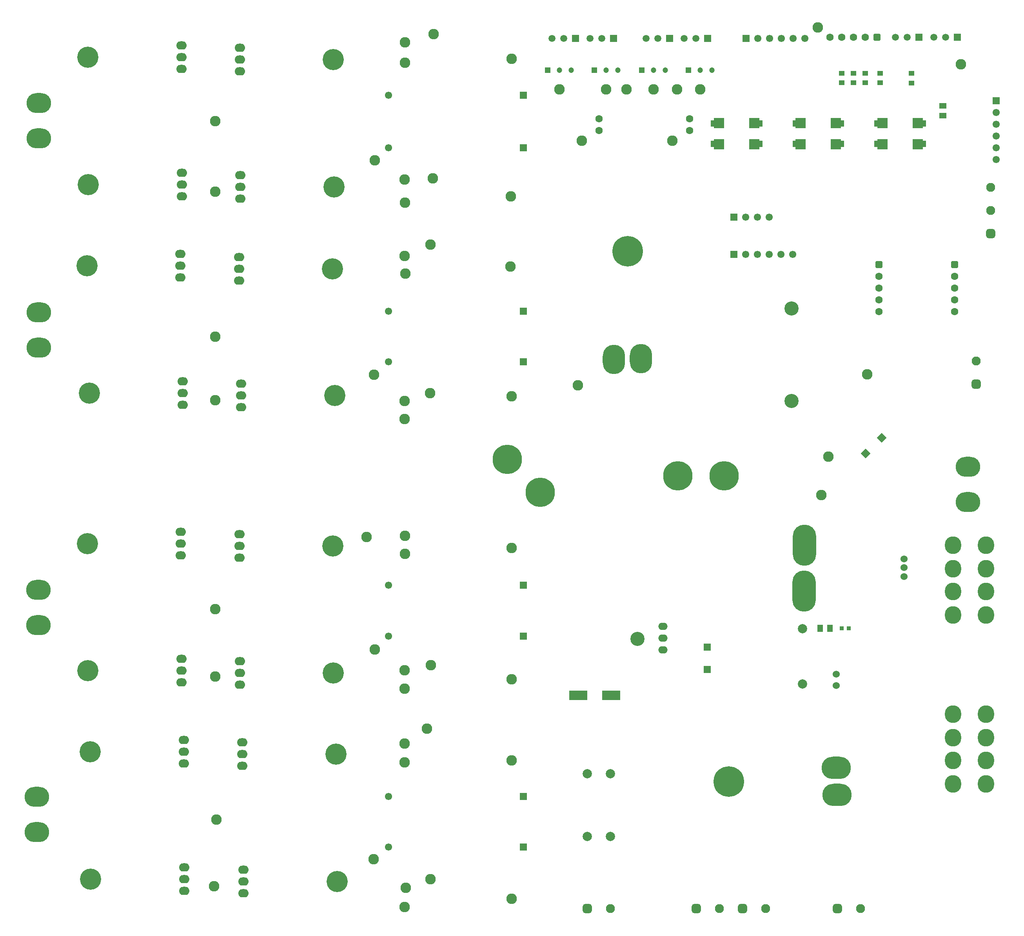
<source format=gbr>
%TF.GenerationSoftware,Altium Limited,Altium Designer,21.6.4 (81)*%
G04 Layer_Color=255*
%FSLAX43Y43*%
%MOMM*%
%TF.SameCoordinates,A962B9D3-E780-4B03-8A10-E236CC36F35F*%
%TF.FilePolarity,Positive*%
%TF.FileFunction,Pads,Top*%
%TF.Part,Single*%
G01*
G75*
%TA.AperFunction,SMDPad,CuDef*%
%ADD11R,0.850X0.900*%
%ADD12R,1.157X1.508*%
%ADD13R,1.524X1.524*%
%ADD14P,2.155X4X270.0*%
%ADD15R,1.200X1.100*%
%ADD16R,1.508X1.157*%
%ADD17R,4.000X2.000*%
%ADD18R,2.108X1.397*%
%TA.AperFunction,ComponentPad*%
%ADD40C,2.286*%
%ADD41C,2.000*%
%ADD42O,5.080X8.890*%
%ADD43C,1.524*%
%ADD44C,6.350*%
%ADD45O,3.556X3.810*%
%ADD46R,1.500X1.500*%
%ADD47C,1.500*%
%ADD48C,1.950*%
G04:AMPARAMS|DCode=49|XSize=1.95mm|YSize=1.95mm|CornerRadius=0.488mm|HoleSize=0mm|Usage=FLASHONLY|Rotation=0.000|XOffset=0mm|YOffset=0mm|HoleType=Round|Shape=RoundedRectangle|*
%AMROUNDEDRECTD49*
21,1,1.950,0.975,0,0,0.0*
21,1,0.975,1.950,0,0,0.0*
1,1,0.975,0.488,-0.488*
1,1,0.975,-0.488,-0.488*
1,1,0.975,-0.488,0.488*
1,1,0.975,0.488,0.488*
%
%ADD49ROUNDEDRECTD49*%
%ADD50O,5.334X4.318*%
%ADD51C,1.600*%
G04:AMPARAMS|DCode=52|XSize=1.6mm|YSize=1.6mm|CornerRadius=0.4mm|HoleSize=0mm|Usage=FLASHONLY|Rotation=270.000|XOffset=0mm|YOffset=0mm|HoleType=Round|Shape=RoundedRectangle|*
%AMROUNDEDRECTD52*
21,1,1.600,0.800,0,0,270.0*
21,1,0.800,1.600,0,0,270.0*
1,1,0.800,-0.400,-0.400*
1,1,0.800,-0.400,0.400*
1,1,0.800,0.400,0.400*
1,1,0.800,0.400,-0.400*
%
%ADD52ROUNDEDRECTD52*%
%ADD53C,6.604*%
%ADD54O,4.826X6.350*%
%ADD55C,3.048*%
%ADD56O,6.350X4.826*%
%ADD57R,1.550X1.550*%
%ADD58C,1.550*%
%ADD59O,2.286X1.778*%
%ADD60C,4.572*%
%ADD61O,2.032X1.524*%
%ADD62R,2.286X2.286*%
%ADD63C,1.200*%
%ADD64R,1.200X1.200*%
G04:AMPARAMS|DCode=65|XSize=1.6mm|YSize=1.6mm|CornerRadius=0.4mm|HoleSize=0mm|Usage=FLASHONLY|Rotation=180.000|XOffset=0mm|YOffset=0mm|HoleType=Round|Shape=RoundedRectangle|*
%AMROUNDEDRECTD65*
21,1,1.600,0.800,0,0,180.0*
21,1,0.800,1.600,0,0,180.0*
1,1,0.800,-0.400,0.400*
1,1,0.800,0.400,0.400*
1,1,0.800,0.400,-0.400*
1,1,0.800,-0.400,-0.400*
%
%ADD65ROUNDEDRECTD65*%
%ADD66R,1.550X1.550*%
G04:AMPARAMS|DCode=67|XSize=1.95mm|YSize=1.95mm|CornerRadius=0.488mm|HoleSize=0mm|Usage=FLASHONLY|Rotation=90.000|XOffset=0mm|YOffset=0mm|HoleType=Round|Shape=RoundedRectangle|*
%AMROUNDEDRECTD67*
21,1,1.950,0.975,0,0,90.0*
21,1,0.975,1.950,0,0,90.0*
1,1,0.975,0.488,0.488*
1,1,0.975,0.488,-0.488*
1,1,0.975,-0.488,-0.488*
1,1,0.975,-0.488,0.488*
%
%ADD67ROUNDEDRECTD67*%
D11*
X180401Y67075D02*
D03*
X181951D02*
D03*
D12*
X175724D02*
D03*
X177876D02*
D03*
D13*
X151375Y63025D02*
D03*
Y58199D02*
D03*
D14*
X185619Y104793D02*
D03*
X189032Y108206D02*
D03*
D15*
X182995Y184875D02*
D03*
Y186975D02*
D03*
X195475Y184850D02*
D03*
Y186950D02*
D03*
X188700Y184875D02*
D03*
Y186975D02*
D03*
X185535D02*
D03*
Y184875D02*
D03*
X180455D02*
D03*
Y186975D02*
D03*
D16*
X202299Y177808D02*
D03*
Y179959D02*
D03*
D17*
X130625Y52600D02*
D03*
X123525D02*
D03*
D18*
X170828Y176149D02*
D03*
Y171679D02*
D03*
X179922D02*
D03*
Y176149D02*
D03*
X153175D02*
D03*
Y171679D02*
D03*
X162269D02*
D03*
Y176149D02*
D03*
X188481D02*
D03*
Y171679D02*
D03*
X197575D02*
D03*
Y176149D02*
D03*
D40*
X123450Y119550D02*
D03*
X109125Y84425D02*
D03*
Y117150D02*
D03*
X86122Y87054D02*
D03*
X77775Y86774D02*
D03*
X86000Y112231D02*
D03*
X91500Y117827D02*
D03*
X86012Y116150D02*
D03*
X177550Y104150D02*
D03*
X109125Y56025D02*
D03*
X45125Y71175D02*
D03*
Y130025D02*
D03*
X86100Y189213D02*
D03*
X86000Y6885D02*
D03*
X45125Y176600D02*
D03*
X86125Y158996D02*
D03*
X86275Y10968D02*
D03*
X86175Y143675D02*
D03*
X86101Y83176D02*
D03*
X86000Y38091D02*
D03*
X108875Y145225D02*
D03*
X45375Y25700D02*
D03*
X86012Y147516D02*
D03*
X79550Y168150D02*
D03*
X79582Y62525D02*
D03*
X86025Y53996D02*
D03*
X45125Y161355D02*
D03*
Y56636D02*
D03*
X108940Y160400D02*
D03*
X86000Y163965D02*
D03*
X86012Y58015D02*
D03*
X92100Y164250D02*
D03*
X91700Y59127D02*
D03*
X109125Y190075D02*
D03*
X86100Y193606D02*
D03*
X92250Y195375D02*
D03*
X79450Y121800D02*
D03*
X79325Y17150D02*
D03*
X45125Y116330D02*
D03*
X44881Y11355D02*
D03*
X109125Y8625D02*
D03*
X91600Y12900D02*
D03*
X109125Y38526D02*
D03*
X86000Y42190D02*
D03*
X91627Y149949D02*
D03*
X90825Y45375D02*
D03*
X139815Y183439D02*
D03*
X119495D02*
D03*
X149848D02*
D03*
X129528D02*
D03*
X143803Y172392D02*
D03*
X124249Y172344D02*
D03*
X144895Y183439D02*
D03*
X133973D02*
D03*
X206180Y188920D02*
D03*
X175244Y196825D02*
D03*
X185925Y121950D02*
D03*
X176025Y95875D02*
D03*
D41*
X171950Y67000D02*
D03*
Y55000D02*
D03*
X130500Y22125D02*
D03*
X125500D02*
D03*
X130500Y35650D02*
D03*
X125500D02*
D03*
D42*
X172289Y75093D02*
D03*
X172416Y84999D02*
D03*
D43*
X193879Y78268D02*
D03*
Y80173D02*
D03*
Y82078D02*
D03*
X179250Y57175D02*
D03*
Y54675D02*
D03*
D44*
X108229Y103536D02*
D03*
X115300Y96464D02*
D03*
X145000Y100000D02*
D03*
X155000D02*
D03*
D45*
X204444Y43413D02*
D03*
Y48493D02*
D03*
X211556Y43413D02*
D03*
Y48493D02*
D03*
X204444Y33413D02*
D03*
Y38493D02*
D03*
X211556Y33413D02*
D03*
Y38493D02*
D03*
X204444Y79960D02*
D03*
Y85040D02*
D03*
X211556Y79960D02*
D03*
Y85040D02*
D03*
X204444Y69960D02*
D03*
Y75040D02*
D03*
X211556Y69960D02*
D03*
Y75040D02*
D03*
D46*
X205430Y194750D02*
D03*
X197140D02*
D03*
X122924Y194488D02*
D03*
X151499D02*
D03*
X143244D02*
D03*
X131179D02*
D03*
D47*
X202890Y194750D02*
D03*
X200350D02*
D03*
X194600D02*
D03*
X192060D02*
D03*
X120384Y194488D02*
D03*
X117844D02*
D03*
X148959D02*
D03*
X146419D02*
D03*
X138164D02*
D03*
X140704D02*
D03*
X126099D02*
D03*
X128639D02*
D03*
D48*
X154025Y6500D02*
D03*
X130500D02*
D03*
X164025D02*
D03*
X212575Y162300D02*
D03*
Y157300D02*
D03*
X209500Y124775D02*
D03*
X184500Y6500D02*
D03*
D49*
X149025D02*
D03*
X125500D02*
D03*
X159025D02*
D03*
X179500D02*
D03*
D50*
X207650Y94350D02*
D03*
Y101970D02*
D03*
X7025Y180495D02*
D03*
Y172875D02*
D03*
X7050Y135325D02*
D03*
Y127705D02*
D03*
X6900Y75375D02*
D03*
Y67755D02*
D03*
X6575Y30625D02*
D03*
Y23005D02*
D03*
D51*
X204770Y140525D02*
D03*
Y143065D02*
D03*
Y137985D02*
D03*
Y135445D02*
D03*
X182995Y194742D02*
D03*
X185535D02*
D03*
X180455D02*
D03*
X177915D02*
D03*
X188495Y135435D02*
D03*
Y137975D02*
D03*
Y143055D02*
D03*
Y140515D02*
D03*
X147562Y177089D02*
D03*
Y174549D02*
D03*
X128004Y177089D02*
D03*
Y174549D02*
D03*
D52*
X204770Y145605D02*
D03*
X188495Y145595D02*
D03*
D53*
X134160Y148539D02*
D03*
X156025Y33975D02*
D03*
D54*
X131239Y125171D02*
D03*
X137081Y125298D02*
D03*
D55*
X169625Y136140D02*
D03*
Y116201D02*
D03*
X136339Y64783D02*
D03*
D56*
X179266Y36896D02*
D03*
X179393Y31054D02*
D03*
D57*
X111680Y19775D02*
D03*
Y65375D02*
D03*
Y76375D02*
D03*
Y30775D02*
D03*
Y124625D02*
D03*
Y135525D02*
D03*
Y170825D02*
D03*
Y182225D02*
D03*
X157120Y147850D02*
D03*
X159754Y194488D02*
D03*
X157120Y155873D02*
D03*
D58*
X82570Y19775D02*
D03*
Y65375D02*
D03*
Y76375D02*
D03*
Y30775D02*
D03*
Y124625D02*
D03*
Y135525D02*
D03*
Y170825D02*
D03*
Y182225D02*
D03*
X159660Y147850D02*
D03*
X162200D02*
D03*
X164740D02*
D03*
X167280D02*
D03*
X169820Y147850D02*
D03*
X172454Y194488D02*
D03*
X169914D02*
D03*
X167374D02*
D03*
X164834D02*
D03*
X162294D02*
D03*
X164740Y155873D02*
D03*
X162200D02*
D03*
X159660D02*
D03*
X213775Y178490D02*
D03*
Y175950D02*
D03*
Y173410D02*
D03*
Y170870D02*
D03*
Y168330D02*
D03*
D59*
X50749Y114831D02*
D03*
Y117371D02*
D03*
Y119911D02*
D03*
X38101Y120419D02*
D03*
Y117879D02*
D03*
Y115339D02*
D03*
X37601Y147919D02*
D03*
Y145379D02*
D03*
Y142839D02*
D03*
X50249Y142131D02*
D03*
Y144671D02*
D03*
Y147211D02*
D03*
X51249Y9831D02*
D03*
Y12371D02*
D03*
Y14911D02*
D03*
X38401Y10339D02*
D03*
Y12879D02*
D03*
Y15419D02*
D03*
X38318Y37839D02*
D03*
Y40379D02*
D03*
Y42919D02*
D03*
X50966Y37331D02*
D03*
Y39871D02*
D03*
Y42411D02*
D03*
X37901Y160339D02*
D03*
Y162879D02*
D03*
Y165419D02*
D03*
X37801Y55339D02*
D03*
Y57879D02*
D03*
Y60419D02*
D03*
X50549Y164911D02*
D03*
Y162371D02*
D03*
Y159831D02*
D03*
X50449Y54831D02*
D03*
Y57371D02*
D03*
Y59911D02*
D03*
X37801Y187839D02*
D03*
Y190379D02*
D03*
Y192919D02*
D03*
X37701Y82839D02*
D03*
Y85379D02*
D03*
Y87919D02*
D03*
X50449Y192411D02*
D03*
Y189871D02*
D03*
Y187331D02*
D03*
X50349Y87411D02*
D03*
Y84871D02*
D03*
Y82331D02*
D03*
D60*
X70942Y117371D02*
D03*
X17908Y117879D02*
D03*
X17408Y145379D02*
D03*
X70442Y144671D02*
D03*
X71442Y12371D02*
D03*
X18208Y12879D02*
D03*
X18125Y40379D02*
D03*
X71159Y39871D02*
D03*
X17708Y162879D02*
D03*
X17608Y57879D02*
D03*
X70742Y162371D02*
D03*
X70642Y57371D02*
D03*
X17608Y190379D02*
D03*
X17508Y85379D02*
D03*
X70642Y189871D02*
D03*
X70542Y84871D02*
D03*
D61*
X141800Y67450D02*
D03*
Y64910D02*
D03*
Y62370D02*
D03*
D62*
X179185Y176200D02*
D03*
Y171628D02*
D03*
X171565D02*
D03*
Y176200D02*
D03*
X161532D02*
D03*
Y171628D02*
D03*
X153912D02*
D03*
Y176200D02*
D03*
X196838D02*
D03*
Y171628D02*
D03*
X189218D02*
D03*
Y176200D02*
D03*
D63*
X142355Y187630D02*
D03*
X139815D02*
D03*
X122035D02*
D03*
X119495D02*
D03*
X152388D02*
D03*
X149848D02*
D03*
X132068D02*
D03*
X129528D02*
D03*
D64*
X137275D02*
D03*
X116955D02*
D03*
X147308D02*
D03*
X126988D02*
D03*
D65*
X188075Y194742D02*
D03*
D66*
X213775Y181030D02*
D03*
D67*
X212575Y152300D02*
D03*
X209500Y119775D02*
D03*
%TF.MD5,1eb47c204541642e104ac219f832fafe*%
M02*

</source>
